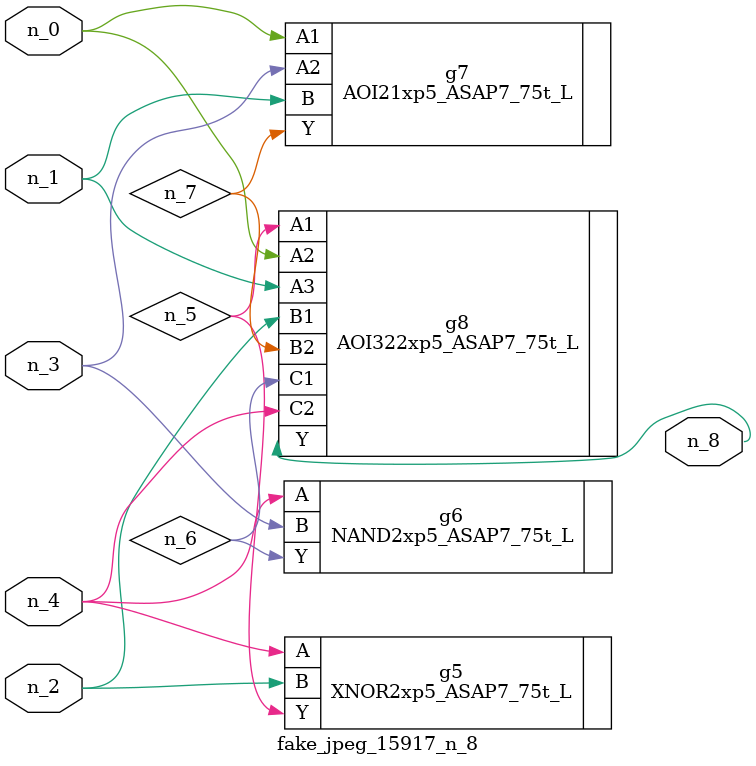
<source format=v>
module fake_jpeg_15917_n_8 (n_3, n_2, n_1, n_0, n_4, n_8);

input n_3;
input n_2;
input n_1;
input n_0;
input n_4;

output n_8;

wire n_6;
wire n_5;
wire n_7;

XNOR2xp5_ASAP7_75t_L g5 ( 
.A(n_4),
.B(n_2),
.Y(n_5)
);

NAND2xp5_ASAP7_75t_L g6 ( 
.A(n_4),
.B(n_3),
.Y(n_6)
);

AOI21xp5_ASAP7_75t_L g7 ( 
.A1(n_0),
.A2(n_3),
.B(n_1),
.Y(n_7)
);

AOI322xp5_ASAP7_75t_L g8 ( 
.A1(n_5),
.A2(n_0),
.A3(n_1),
.B1(n_2),
.B2(n_7),
.C1(n_6),
.C2(n_4),
.Y(n_8)
);


endmodule
</source>
